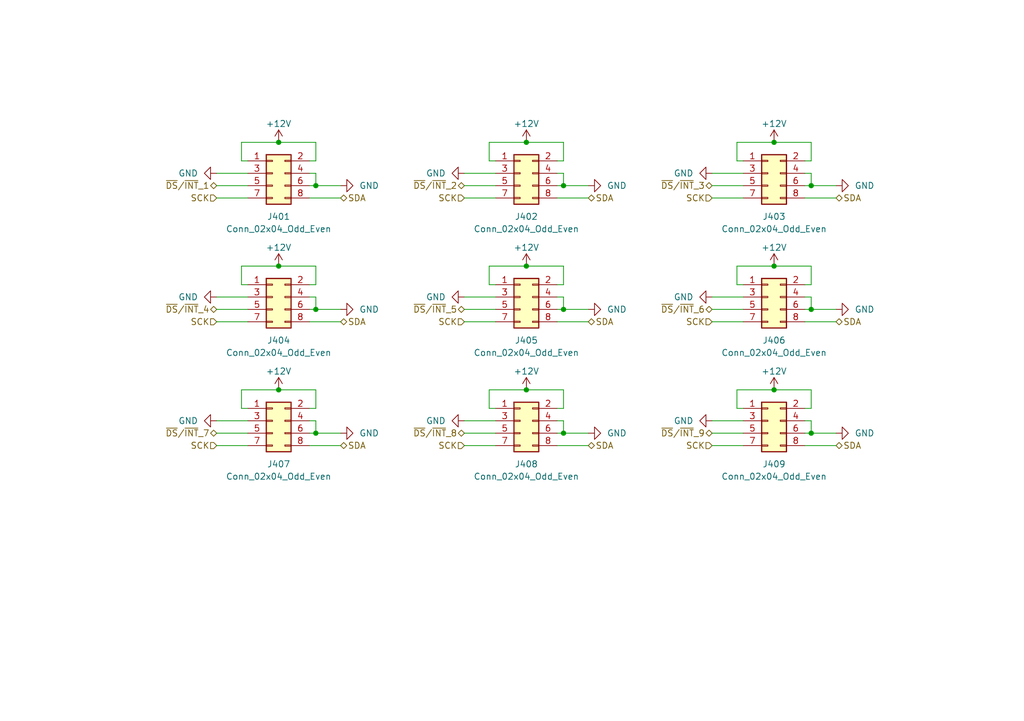
<source format=kicad_sch>
(kicad_sch (version 20230121) (generator eeschema)
  (paper "A5")
  (lib_symbols
    (symbol "Connector_Generic:Conn_02x04_Odd_Even" (pin_names (offset 1.016) hide)
      (property "Reference" "J" (at 1.27 5.08 0))
      (property "Value" "Conn_02x04_Odd_Even" (at 1.27 -7.62 0))
      (symbol "Conn_02x04_Odd_Even_1_1"
        (rectangle (start -1.27 -4.953) (end 0 -5.207) (stroke (width 0.1524)))
        (rectangle (start -1.27 -2.413) (end 0 -2.667) (stroke (width 0.1524)))
        (rectangle (start -1.27 0.127) (end 0 -0.127) (stroke (width 0.1524)))
        (rectangle (start -1.27 2.667) (end 0 2.413) (stroke (width 0.1524)))
        (rectangle (start -1.27 3.81) (end 3.81 -6.35) (stroke (width 0.254)) (fill (type background)))
        (rectangle (start 3.81 -4.953) (end 2.54 -5.207) (stroke (width 0.1524)))
        (rectangle (start 3.81 -2.413) (end 2.54 -2.667) (stroke (width 0.1524)))
        (rectangle (start 3.81 0.127) (end 2.54 -0.127) (stroke (width 0.1524)))
        (rectangle (start 3.81 2.667) (end 2.54 2.413) (stroke (width 0.1524)))
        (pin passive line (at -5.08 2.54 0) (length 3.81) (name "Pin_1") (number "1"))
        (pin passive line (at 7.62 2.54 180) (length 3.81) (name "Pin_2") (number "2"))
        (pin passive line (at -5.08 0 0) (length 3.81) (name "Pin_3") (number "3"))
        (pin passive line (at 7.62 0 180) (length 3.81) (name "Pin_4") (number "4"))
        (pin passive line (at -5.08 -2.54 0) (length 3.81) (name "Pin_5") (number "5"))
        (pin passive line (at 7.62 -2.54 180) (length 3.81) (name "Pin_6") (number "6"))
        (pin passive line (at -5.08 -5.08 0) (length 3.81) (name "Pin_7") (number "7"))
        (pin passive line (at 7.62 -5.08 180) (length 3.81) (name "Pin_8") (number "8"))
      )
    )
    (symbol "power:+12V" (power) (pin_names (offset 0))
      (property "Value" "+12V" (at 0 3.556 0))
      (symbol "+12V_0_1"
        (polyline (pts (xy -0.762 1.27) (xy 0 2.54)))
        (polyline (pts (xy 0 0) (xy 0 2.54)))
        (polyline (pts (xy 0 2.54) (xy 0.762 1.27)))
      )
      (symbol "+12V_1_1"
        (pin power_in line (at 0 0 90) (length 0) hide (name "+12V") (number "1"))
      )
    )
    (symbol "power:GND" (power) (pin_names (offset 0))
      (property "Value" "GND" (at 0 -3.81 0))
      (symbol "GND_0_1"
        (polyline (pts (xy 0 0) (xy 0 -1.27) (xy 1.27 -1.27) (xy 0 -2.54) (xy -1.27 -1.27) (xy 0 -1.27)))
      )
      (symbol "GND_1_1"
        (pin power_in line (at 0 0 270) (length 0) hide (name "GND") (number "1"))
      )
    )
  )
  (junction (at 158.75 80.01))
  (junction (at 166.37 63.5))
  (junction (at 115.57 63.5))
  (junction (at 115.57 38.1))
  (junction (at 64.77 38.1))
  (junction (at 107.95 54.61))
  (junction (at 57.15 29.21))
  (junction (at 166.37 88.9))
  (junction (at 166.37 38.1))
  (junction (at 107.95 80.01))
  (junction (at 158.75 54.61))
  (junction (at 107.95 29.21))
  (junction (at 57.15 54.61))
  (junction (at 158.75 29.21))
  (junction (at 57.15 80.01))
  (junction (at 115.57 88.9))
  (junction (at 64.77 88.9))
  (junction (at 64.77 63.5))
  (wire (pts (xy 64.77 54.61) (xy 64.77 58.42)))
  (wire (pts (xy 95.25 40.64) (xy 101.6 40.64)))
  (wire (pts (xy 100.33 33.02) (xy 101.6 33.02)))
  (wire (pts (xy 151.13 54.61) (xy 151.13 58.42)))
  (wire (pts (xy 49.53 83.82) (xy 50.8 83.82)))
  (wire (pts (xy 165.1 66.04) (xy 171.45 66.04)))
  (wire (pts (xy 166.37 29.21) (xy 166.37 33.02)))
  (wire (pts (xy 158.75 80.01) (xy 151.13 80.01)))
  (wire (pts (xy 44.45 91.44) (xy 50.8 91.44)))
  (wire (pts (xy 63.5 86.36) (xy 64.77 86.36)))
  (wire (pts (xy 171.45 88.9) (xy 166.37 88.9)))
  (wire (pts (xy 95.25 66.04) (xy 101.6 66.04)))
  (wire (pts (xy 44.45 35.56) (xy 50.8 35.56)))
  (wire (pts (xy 165.1 60.96) (xy 166.37 60.96)))
  (wire (pts (xy 115.57 33.02) (xy 114.3 33.02)))
  (wire (pts (xy 64.77 83.82) (xy 63.5 83.82)))
  (wire (pts (xy 64.77 88.9) (xy 63.5 88.9)))
  (wire (pts (xy 146.05 91.44) (xy 152.4 91.44)))
  (wire (pts (xy 158.75 29.21) (xy 151.13 29.21)))
  (wire (pts (xy 115.57 35.56) (xy 115.57 38.1)))
  (wire (pts (xy 49.53 80.01) (xy 49.53 83.82)))
  (wire (pts (xy 95.25 88.9) (xy 101.6 88.9)))
  (wire (pts (xy 44.45 86.36) (xy 50.8 86.36)))
  (wire (pts (xy 95.25 38.1) (xy 101.6 38.1)))
  (wire (pts (xy 95.25 35.56) (xy 101.6 35.56)))
  (wire (pts (xy 146.05 38.1) (xy 152.4 38.1)))
  (wire (pts (xy 63.5 91.44) (xy 69.85 91.44)))
  (wire (pts (xy 115.57 88.9) (xy 114.3 88.9)))
  (wire (pts (xy 57.15 54.61) (xy 64.77 54.61)))
  (wire (pts (xy 165.1 35.56) (xy 166.37 35.56)))
  (wire (pts (xy 158.75 80.01) (xy 166.37 80.01)))
  (wire (pts (xy 64.77 35.56) (xy 64.77 38.1)))
  (wire (pts (xy 95.25 60.96) (xy 101.6 60.96)))
  (wire (pts (xy 100.33 54.61) (xy 100.33 58.42)))
  (wire (pts (xy 115.57 60.96) (xy 115.57 63.5)))
  (wire (pts (xy 64.77 60.96) (xy 64.77 63.5)))
  (wire (pts (xy 44.45 66.04) (xy 50.8 66.04)))
  (wire (pts (xy 115.57 83.82) (xy 114.3 83.82)))
  (wire (pts (xy 95.25 63.5) (xy 101.6 63.5)))
  (wire (pts (xy 95.25 91.44) (xy 101.6 91.44)))
  (wire (pts (xy 64.77 58.42) (xy 63.5 58.42)))
  (wire (pts (xy 115.57 38.1) (xy 114.3 38.1)))
  (wire (pts (xy 115.57 86.36) (xy 115.57 88.9)))
  (wire (pts (xy 49.53 54.61) (xy 49.53 58.42)))
  (wire (pts (xy 107.95 29.21) (xy 100.33 29.21)))
  (wire (pts (xy 158.75 54.61) (xy 151.13 54.61)))
  (wire (pts (xy 69.85 88.9) (xy 64.77 88.9)))
  (wire (pts (xy 146.05 40.64) (xy 152.4 40.64)))
  (wire (pts (xy 146.05 35.56) (xy 152.4 35.56)))
  (wire (pts (xy 158.75 29.21) (xy 166.37 29.21)))
  (wire (pts (xy 57.15 54.61) (xy 49.53 54.61)))
  (wire (pts (xy 115.57 58.42) (xy 114.3 58.42)))
  (wire (pts (xy 69.85 38.1) (xy 64.77 38.1)))
  (wire (pts (xy 44.45 63.5) (xy 50.8 63.5)))
  (wire (pts (xy 44.45 60.96) (xy 50.8 60.96)))
  (wire (pts (xy 63.5 40.64) (xy 69.85 40.64)))
  (wire (pts (xy 114.3 66.04) (xy 120.65 66.04)))
  (wire (pts (xy 114.3 60.96) (xy 115.57 60.96)))
  (wire (pts (xy 100.33 29.21) (xy 100.33 33.02)))
  (wire (pts (xy 166.37 35.56) (xy 166.37 38.1)))
  (wire (pts (xy 49.53 29.21) (xy 49.53 33.02)))
  (wire (pts (xy 165.1 40.64) (xy 171.45 40.64)))
  (wire (pts (xy 63.5 35.56) (xy 64.77 35.56)))
  (wire (pts (xy 64.77 80.01) (xy 64.77 83.82)))
  (wire (pts (xy 166.37 38.1) (xy 165.1 38.1)))
  (wire (pts (xy 166.37 88.9) (xy 165.1 88.9)))
  (wire (pts (xy 107.95 80.01) (xy 100.33 80.01)))
  (wire (pts (xy 49.53 58.42) (xy 50.8 58.42)))
  (wire (pts (xy 166.37 54.61) (xy 166.37 58.42)))
  (wire (pts (xy 100.33 83.82) (xy 101.6 83.82)))
  (wire (pts (xy 120.65 88.9) (xy 115.57 88.9)))
  (wire (pts (xy 107.95 29.21) (xy 115.57 29.21)))
  (wire (pts (xy 57.15 29.21) (xy 49.53 29.21)))
  (wire (pts (xy 146.05 63.5) (xy 152.4 63.5)))
  (wire (pts (xy 107.95 80.01) (xy 115.57 80.01)))
  (wire (pts (xy 107.95 54.61) (xy 115.57 54.61)))
  (wire (pts (xy 114.3 91.44) (xy 120.65 91.44)))
  (wire (pts (xy 166.37 86.36) (xy 166.37 88.9)))
  (wire (pts (xy 57.15 80.01) (xy 64.77 80.01)))
  (wire (pts (xy 64.77 29.21) (xy 64.77 33.02)))
  (wire (pts (xy 171.45 38.1) (xy 166.37 38.1)))
  (wire (pts (xy 166.37 83.82) (xy 165.1 83.82)))
  (wire (pts (xy 151.13 83.82) (xy 152.4 83.82)))
  (wire (pts (xy 165.1 86.36) (xy 166.37 86.36)))
  (wire (pts (xy 166.37 63.5) (xy 165.1 63.5)))
  (wire (pts (xy 63.5 60.96) (xy 64.77 60.96)))
  (wire (pts (xy 115.57 54.61) (xy 115.57 58.42)))
  (wire (pts (xy 44.45 88.9) (xy 50.8 88.9)))
  (wire (pts (xy 57.15 29.21) (xy 64.77 29.21)))
  (wire (pts (xy 114.3 35.56) (xy 115.57 35.56)))
  (wire (pts (xy 57.15 80.01) (xy 49.53 80.01)))
  (wire (pts (xy 64.77 38.1) (xy 63.5 38.1)))
  (wire (pts (xy 146.05 60.96) (xy 152.4 60.96)))
  (wire (pts (xy 158.75 54.61) (xy 166.37 54.61)))
  (wire (pts (xy 95.25 86.36) (xy 101.6 86.36)))
  (wire (pts (xy 64.77 33.02) (xy 63.5 33.02)))
  (wire (pts (xy 69.85 63.5) (xy 64.77 63.5)))
  (wire (pts (xy 165.1 91.44) (xy 171.45 91.44)))
  (wire (pts (xy 115.57 29.21) (xy 115.57 33.02)))
  (wire (pts (xy 151.13 33.02) (xy 152.4 33.02)))
  (wire (pts (xy 114.3 40.64) (xy 120.65 40.64)))
  (wire (pts (xy 171.45 63.5) (xy 166.37 63.5)))
  (wire (pts (xy 120.65 38.1) (xy 115.57 38.1)))
  (wire (pts (xy 151.13 58.42) (xy 152.4 58.42)))
  (wire (pts (xy 166.37 80.01) (xy 166.37 83.82)))
  (wire (pts (xy 63.5 66.04) (xy 69.85 66.04)))
  (wire (pts (xy 120.65 63.5) (xy 115.57 63.5)))
  (wire (pts (xy 146.05 86.36) (xy 152.4 86.36)))
  (wire (pts (xy 166.37 33.02) (xy 165.1 33.02)))
  (wire (pts (xy 44.45 38.1) (xy 50.8 38.1)))
  (wire (pts (xy 64.77 63.5) (xy 63.5 63.5)))
  (wire (pts (xy 49.53 33.02) (xy 50.8 33.02)))
  (wire (pts (xy 146.05 66.04) (xy 152.4 66.04)))
  (wire (pts (xy 107.95 54.61) (xy 100.33 54.61)))
  (wire (pts (xy 64.77 86.36) (xy 64.77 88.9)))
  (wire (pts (xy 166.37 60.96) (xy 166.37 63.5)))
  (wire (pts (xy 100.33 80.01) (xy 100.33 83.82)))
  (wire (pts (xy 151.13 29.21) (xy 151.13 33.02)))
  (wire (pts (xy 100.33 58.42) (xy 101.6 58.42)))
  (wire (pts (xy 151.13 80.01) (xy 151.13 83.82)))
  (wire (pts (xy 166.37 58.42) (xy 165.1 58.42)))
  (wire (pts (xy 115.57 63.5) (xy 114.3 63.5)))
  (wire (pts (xy 114.3 86.36) (xy 115.57 86.36)))
  (wire (pts (xy 146.05 88.9) (xy 152.4 88.9)))
  (wire (pts (xy 44.45 40.64) (xy 50.8 40.64)))
  (wire (pts (xy 115.57 80.01) (xy 115.57 83.82)))
  (hierarchical_label "SCK" (shape input) (at 146.05 66.04 180))
  (hierarchical_label "~{DS}{slash}~{INT}_7" (shape bidirectional) (at 44.45 88.9 180))
  (hierarchical_label "SDA" (shape bidirectional) (at 69.85 40.64 0))
  (hierarchical_label "SDA" (shape bidirectional) (at 171.45 91.44 0))
  (hierarchical_label "SCK" (shape input) (at 146.05 91.44 180))
  (hierarchical_label "SDA" (shape bidirectional) (at 171.45 40.64 0))
  (hierarchical_label "~{DS}{slash}~{INT}_1" (shape bidirectional) (at 44.45 38.1 180))
  (hierarchical_label "SDA" (shape bidirectional) (at 171.45 66.04 0))
  (hierarchical_label "SDA" (shape bidirectional) (at 120.65 66.04 0))
  (hierarchical_label "~{DS}{slash}~{INT}_4" (shape bidirectional) (at 44.45 63.5 180))
  (hierarchical_label "~{DS}{slash}~{INT}_6" (shape bidirectional) (at 146.05 63.5 180))
  (hierarchical_label "SCK" (shape input) (at 44.45 40.64 180))
  (hierarchical_label "SCK" (shape input) (at 44.45 91.44 180))
  (hierarchical_label "SDA" (shape bidirectional) (at 69.85 91.44 0))
  (hierarchical_label "SCK" (shape input) (at 95.25 66.04 180))
  (hierarchical_label "~{DS}{slash}~{INT}_2" (shape bidirectional) (at 95.25 38.1 180))
  (hierarchical_label "SCK" (shape input) (at 146.05 40.64 180))
  (hierarchical_label "~{DS}{slash}~{INT}_3" (shape bidirectional) (at 146.05 38.1 180))
  (hierarchical_label "SDA" (shape bidirectional) (at 120.65 91.44 0))
  (hierarchical_label "SDA" (shape bidirectional) (at 120.65 40.64 0))
  (hierarchical_label "~{DS}{slash}~{INT}_9" (shape bidirectional) (at 146.05 88.9 180))
  (hierarchical_label "SDA" (shape bidirectional) (at 69.85 66.04 0))
  (hierarchical_label "~{DS}{slash}~{INT}_5" (shape bidirectional) (at 95.25 63.5 180))
  (hierarchical_label "SCK" (shape input) (at 95.25 91.44 180))
  (hierarchical_label "SCK" (shape input) (at 95.25 40.64 180))
  (hierarchical_label "SCK" (shape input) (at 44.45 66.04 180))
  (hierarchical_label "~{DS}{slash}~{INT}_8" (shape bidirectional) (at 95.25 88.9 180))
  (symbol (lib_id "power:GND") (at 171.45 63.5 90) (unit 1)
    (property "Reference" "#PWR0418" (effects hide))
    (property "Value" "GND" (at 175.26 63.5 90) (effects (justify right)))
  )
  (symbol (lib_id "power:+12V") (at 107.95 29.21 0) (unit 1)
    (property "Reference" "#PWR0404" (effects hide))
    (property "Value" "+12V" (at 107.95 25.4 0))
  )
  (symbol (lib_id "power:GND") (at 95.25 60.96 270) (unit 1)
    (property "Reference" "#PWR0414" (effects hide))
    (property "Value" "GND" (at 91.44 60.96 90) (effects (justify right)))
  )
  (symbol (lib_id "Connector_Generic:Conn_02x04_Odd_Even") (at 157.48 35.56 0) (unit 1)
    (property "Reference" "J403" (at 158.75 44.45 0))
    (property "Value" "Conn_02x04_Odd_Even" (at 158.75 46.99 0))
    (property "Footprint" "Connector_IDC:IDC-Header_2x04_P2.54mm_Vertical" (effects hide))
  )
  (symbol (lib_id "power:+12V") (at 158.75 80.01 0) (unit 1)
    (property "Reference" "#PWR0421" (effects hide))
    (property "Value" "+12V" (at 158.75 76.2 0))
  )
  (symbol (lib_id "Connector_Generic:Conn_02x04_Odd_Even") (at 157.48 86.36 0) (unit 1)
    (property "Reference" "J409" (at 158.75 95.25 0))
    (property "Value" "Conn_02x04_Odd_Even" (at 158.75 97.79 0))
    (property "Footprint" "Connector_IDC:IDC-Header_2x04_P2.54mm_Vertical" (effects hide))
  )
  (symbol (lib_id "power:+12V") (at 57.15 80.01 0) (unit 1)
    (property "Reference" "#PWR0419" (effects hide))
    (property "Value" "+12V" (at 57.15 76.2 0))
  )
  (symbol (lib_id "power:GND") (at 44.45 86.36 270) (unit 1)
    (property "Reference" "#PWR0422" (effects hide))
    (property "Value" "GND" (at 40.64 86.36 90) (effects (justify right)))
  )
  (symbol (lib_id "Connector_Generic:Conn_02x04_Odd_Even") (at 55.88 60.96 0) (unit 1)
    (property "Reference" "J404" (at 57.15 69.85 0))
    (property "Value" "Conn_02x04_Odd_Even" (at 57.15 72.39 0))
    (property "Footprint" "Connector_IDC:IDC-Header_2x04_P2.54mm_Vertical" (effects hide))
  )
  (symbol (lib_id "power:GND") (at 171.45 88.9 90) (unit 1)
    (property "Reference" "#PWR0427" (effects hide))
    (property "Value" "GND" (at 175.26 88.9 90) (effects (justify right)))
  )
  (symbol (lib_id "Connector_Generic:Conn_02x04_Odd_Even") (at 106.68 86.36 0) (unit 1)
    (property "Reference" "J408" (at 107.95 95.25 0))
    (property "Value" "Conn_02x04_Odd_Even" (at 107.95 97.79 0))
    (property "Footprint" "Connector_IDC:IDC-Header_2x04_P2.54mm_Vertical" (effects hide))
  )
  (symbol (lib_id "power:GND") (at 44.45 35.56 270) (unit 1)
    (property "Reference" "#PWR0402" (effects hide))
    (property "Value" "GND" (at 40.64 35.56 90) (effects (justify right)))
  )
  (symbol (lib_id "power:+12V") (at 158.75 29.21 0) (unit 1)
    (property "Reference" "#PWR0407" (effects hide))
    (property "Value" "+12V" (at 158.75 25.4 0))
  )
  (symbol (lib_id "power:+12V") (at 107.95 54.61 0) (unit 1)
    (property "Reference" "#PWR0411" (effects hide))
    (property "Value" "+12V" (at 107.95 50.8 0))
  )
  (symbol (lib_id "power:+12V") (at 57.15 54.61 0) (unit 1)
    (property "Reference" "#PWR0410" (effects hide))
    (property "Value" "+12V" (at 57.15 50.8 0))
  )
  (symbol (lib_id "Connector_Generic:Conn_02x04_Odd_Even") (at 157.48 60.96 0) (unit 1)
    (property "Reference" "J406" (at 158.75 69.85 0))
    (property "Value" "Conn_02x04_Odd_Even" (at 158.75 72.39 0))
    (property "Footprint" "Connector_IDC:IDC-Header_2x04_P2.54mm_Vertical" (effects hide))
  )
  (symbol (lib_id "power:GND") (at 69.85 63.5 90) (unit 1)
    (property "Reference" "#PWR0416" (effects hide))
    (property "Value" "GND" (at 73.66 63.5 90) (effects (justify right)))
  )
  (symbol (lib_id "power:GND") (at 146.05 35.56 270) (unit 1)
    (property "Reference" "#PWR0408" (effects hide))
    (property "Value" "GND" (at 142.24 35.56 90) (effects (justify right)))
  )
  (symbol (lib_id "power:GND") (at 171.45 38.1 90) (unit 1)
    (property "Reference" "#PWR0409" (effects hide))
    (property "Value" "GND" (at 175.26 38.1 90) (effects (justify right)))
  )
  (symbol (lib_id "power:+12V") (at 158.75 54.61 0) (unit 1)
    (property "Reference" "#PWR0412" (effects hide))
    (property "Value" "+12V" (at 158.75 50.8 0))
  )
  (symbol (lib_id "Connector_Generic:Conn_02x04_Odd_Even") (at 55.88 35.56 0) (unit 1)
    (property "Reference" "J401" (at 57.15 44.45 0))
    (property "Value" "Conn_02x04_Odd_Even" (at 57.15 46.99 0))
    (property "Footprint" "Connector_IDC:IDC-Header_2x04_P2.54mm_Vertical" (effects hide))
  )
  (symbol (lib_id "power:GND") (at 120.65 88.9 90) (unit 1)
    (property "Reference" "#PWR0426" (effects hide))
    (property "Value" "GND" (at 124.46 88.9 90) (effects (justify right)))
  )
  (symbol (lib_id "power:+12V") (at 107.95 80.01 0) (unit 1)
    (property "Reference" "#PWR0420" (effects hide))
    (property "Value" "+12V" (at 107.95 76.2 0))
  )
  (symbol (lib_id "power:GND") (at 146.05 86.36 270) (unit 1)
    (property "Reference" "#PWR0424" (effects hide))
    (property "Value" "GND" (at 142.24 86.36 90) (effects (justify right)))
  )
  (symbol (lib_id "Connector_Generic:Conn_02x04_Odd_Even") (at 55.88 86.36 0) (unit 1)
    (property "Reference" "J407" (at 57.15 95.25 0))
    (property "Value" "Conn_02x04_Odd_Even" (at 57.15 97.79 0))
    (property "Footprint" "Connector_IDC:IDC-Header_2x04_P2.54mm_Vertical" (effects hide))
  )
  (symbol (lib_id "Connector_Generic:Conn_02x04_Odd_Even") (at 106.68 35.56 0) (unit 1)
    (property "Reference" "J402" (at 107.95 44.45 0))
    (property "Value" "Conn_02x04_Odd_Even" (at 107.95 46.99 0))
    (property "Footprint" "Connector_IDC:IDC-Header_2x04_P2.54mm_Vertical" (effects hide))
  )
  (symbol (lib_id "power:GND") (at 146.05 60.96 270) (unit 1)
    (property "Reference" "#PWR0415" (effects hide))
    (property "Value" "GND" (at 142.24 60.96 90) (effects (justify right)))
  )
  (symbol (lib_id "power:+12V") (at 57.15 29.21 0) (unit 1)
    (property "Reference" "#PWR0401" (effects hide))
    (property "Value" "+12V" (at 57.15 25.4 0))
  )
  (symbol (lib_id "power:GND") (at 95.25 35.56 270) (unit 1)
    (property "Reference" "#PWR0405" (effects hide))
    (property "Value" "GND" (at 91.44 35.56 90) (effects (justify right)))
  )
  (symbol (lib_id "Connector_Generic:Conn_02x04_Odd_Even") (at 106.68 60.96 0) (unit 1)
    (property "Reference" "J405" (at 107.95 69.85 0))
    (property "Value" "Conn_02x04_Odd_Even" (at 107.95 72.39 0))
    (property "Footprint" "Connector_IDC:IDC-Header_2x04_P2.54mm_Vertical" (effects hide))
  )
  (symbol (lib_id "power:GND") (at 69.85 88.9 90) (unit 1)
    (property "Reference" "#PWR0425" (effects hide))
    (property "Value" "GND" (at 73.66 88.9 90) (effects (justify right)))
  )
  (symbol (lib_id "power:GND") (at 120.65 63.5 90) (unit 1)
    (property "Reference" "#PWR0417" (effects hide))
    (property "Value" "GND" (at 124.46 63.5 90) (effects (justify right)))
  )
  (symbol (lib_id "power:GND") (at 44.45 60.96 270) (unit 1)
    (property "Reference" "#PWR0413" (effects hide))
    (property "Value" "GND" (at 40.64 60.96 90) (effects (justify right)))
  )
  (symbol (lib_id "power:GND") (at 69.85 38.1 90) (unit 1)
    (property "Reference" "#PWR0403" (effects hide))
    (property "Value" "GND" (at 73.66 38.1 90) (effects (justify right)))
  )
  (symbol (lib_id "power:GND") (at 95.25 86.36 270) (unit 1)
    (property "Reference" "#PWR0423" (effects hide))
    (property "Value" "GND" (at 91.44 86.36 90) (effects (justify right)))
  )
  (symbol (lib_id "power:GND") (at 120.65 38.1 90) (unit 1)
    (property "Reference" "#PWR0406" (effects hide))
    (property "Value" "GND" (at 124.46 38.1 90) (effects (justify right)))
  )
)
</source>
